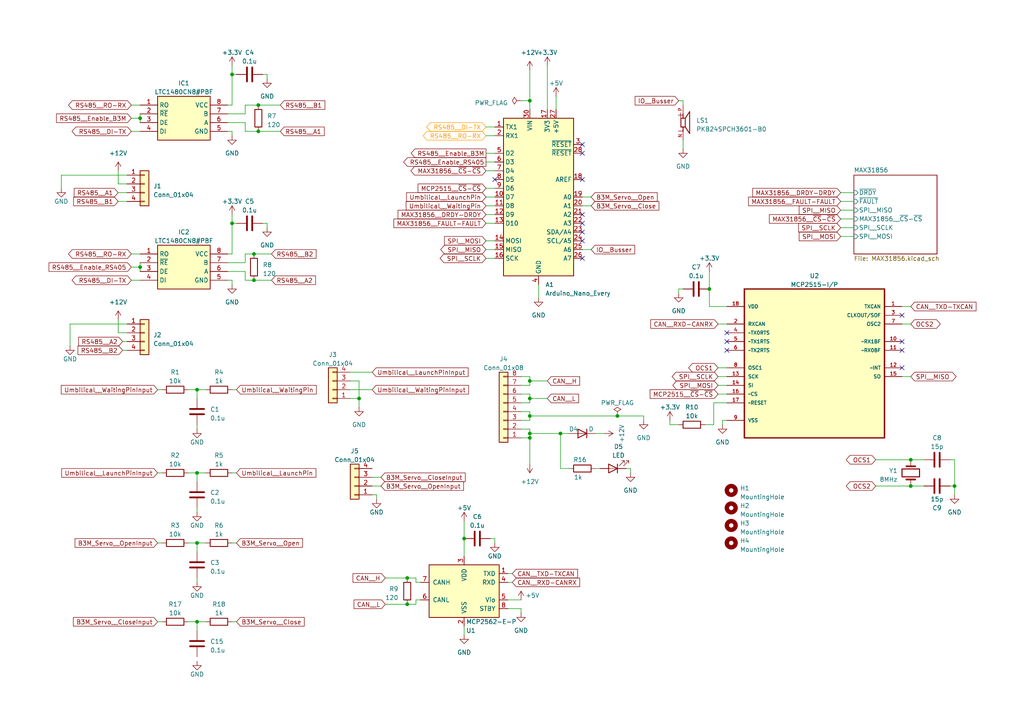
<source format=kicad_sch>
(kicad_sch (version 20230121) (generator eeschema)
  (paper "A4")
  (lib_symbols
    (symbol "Connector_Generic:Conn_01x04" (pin_names (offset 1.016) hide)
      (property "Reference" "J" (at 0 5.08 0))
      (property "Value" "Conn_01x04" (at 0 -7.62 0))
      (symbol "Conn_01x04_1_1"
        (rectangle (start -1.27 -4.953) (end 0 -5.207) (stroke (width 0.1524)))
        (rectangle (start -1.27 -2.413) (end 0 -2.667) (stroke (width 0.1524)))
        (rectangle (start -1.27 0.127) (end 0 -0.127) (stroke (width 0.1524)))
        (rectangle (start -1.27 2.667) (end 0 2.413) (stroke (width 0.1524)))
        (rectangle (start -1.27 3.81) (end 1.27 -6.35) (stroke (width 0.254)) (fill (type background)))
        (pin passive line (at -5.08 2.54 0) (length 3.81) (name "Pin_1") (number "1"))
        (pin passive line (at -5.08 0 0) (length 3.81) (name "Pin_2") (number "2"))
        (pin passive line (at -5.08 -2.54 0) (length 3.81) (name "Pin_3") (number "3"))
        (pin passive line (at -5.08 -5.08 0) (length 3.81) (name "Pin_4") (number "4"))
      )
    )
    (symbol "Connector_Generic:Conn_01x08" (pin_names (offset 1.016) hide)
      (property "Reference" "J" (at 0 10.16 0))
      (property "Value" "Conn_01x08" (at 0 -12.7 0))
      (symbol "Conn_01x08_1_1"
        (rectangle (start -1.27 -10.033) (end 0 -10.287) (stroke (width 0.1524)))
        (rectangle (start -1.27 -7.493) (end 0 -7.747) (stroke (width 0.1524)))
        (rectangle (start -1.27 -4.953) (end 0 -5.207) (stroke (width 0.1524)))
        (rectangle (start -1.27 -2.413) (end 0 -2.667) (stroke (width 0.1524)))
        (rectangle (start -1.27 0.127) (end 0 -0.127) (stroke (width 0.1524)))
        (rectangle (start -1.27 2.667) (end 0 2.413) (stroke (width 0.1524)))
        (rectangle (start -1.27 5.207) (end 0 4.953) (stroke (width 0.1524)))
        (rectangle (start -1.27 7.747) (end 0 7.493) (stroke (width 0.1524)))
        (rectangle (start -1.27 8.89) (end 1.27 -11.43) (stroke (width 0.254)) (fill (type background)))
        (pin passive line (at -5.08 7.62 0) (length 3.81) (name "Pin_1") (number "1"))
        (pin passive line (at -5.08 5.08 0) (length 3.81) (name "Pin_2") (number "2"))
        (pin passive line (at -5.08 2.54 0) (length 3.81) (name "Pin_3") (number "3"))
        (pin passive line (at -5.08 0 0) (length 3.81) (name "Pin_4") (number "4"))
        (pin passive line (at -5.08 -2.54 0) (length 3.81) (name "Pin_5") (number "5"))
        (pin passive line (at -5.08 -5.08 0) (length 3.81) (name "Pin_6") (number "6"))
        (pin passive line (at -5.08 -7.62 0) (length 3.81) (name "Pin_7") (number "7"))
        (pin passive line (at -5.08 -10.16 0) (length 3.81) (name "Pin_8") (number "8"))
      )
    )
    (symbol "Device:C" (pin_numbers hide) (pin_names (offset 0.254))
      (property "Reference" "C" (at 0.635 2.54 0))
      (property "Value" "C" (at 0.635 -2.54 0))
      (symbol "C_0_1"
        (polyline (pts (xy -2.032 -0.762) (xy 2.032 -0.762)) (stroke (width 0.508)))
        (polyline (pts (xy -2.032 0.762) (xy 2.032 0.762)) (stroke (width 0.508)))
      )
      (symbol "C_1_1"
        (pin passive line (at 0 3.81 270) (length 2.794) (name "~") (number "1"))
        (pin passive line (at 0 -3.81 90) (length 2.794) (name "~") (number "2"))
      )
    )
    (symbol "Device:Crystal" (pin_numbers hide) (pin_names (offset 1.016) hide)
      (property "Reference" "Y" (at 0 3.81 0))
      (property "Value" "Crystal" (at 0 -3.81 0))
      (symbol "Crystal_0_1"
        (rectangle (start -1.143 2.54) (end 1.143 -2.54) (stroke (width 0.3048)))
        (polyline (pts (xy -2.54 0) (xy -1.905 0)))
        (polyline (pts (xy -1.905 -1.27) (xy -1.905 1.27)) (stroke (width 0.508)))
        (polyline (pts (xy 1.905 -1.27) (xy 1.905 1.27)) (stroke (width 0.508)))
        (polyline (pts (xy 2.54 0) (xy 1.905 0)))
      )
      (symbol "Crystal_1_1"
        (pin passive line (at -3.81 0 0) (length 1.27) (name "1") (number "1"))
        (pin passive line (at 3.81 0 180) (length 1.27) (name "2") (number "2"))
      )
    )
    (symbol "Device:D" (pin_numbers hide) (pin_names (offset 1.016) hide)
      (property "Reference" "D" (at 0 2.54 0))
      (property "Value" "D" (at 0 -2.54 0))
      (symbol "D_0_1"
        (polyline (pts (xy -1.27 1.27) (xy -1.27 -1.27)) (stroke (width 0.254)))
        (polyline (pts (xy 1.27 0) (xy -1.27 0)))
        (polyline (pts (xy 1.27 1.27) (xy 1.27 -1.27) (xy -1.27 0) (xy 1.27 1.27)) (stroke (width 0.254)))
      )
      (symbol "D_1_1"
        (pin passive line (at -3.81 0 0) (length 2.54) (name "K") (number "1"))
        (pin passive line (at 3.81 0 180) (length 2.54) (name "A") (number "2"))
      )
    )
    (symbol "Device:LED" (pin_numbers hide) (pin_names (offset 1.016) hide)
      (property "Reference" "D" (at 0 2.54 0))
      (property "Value" "LED" (at 0 -2.54 0))
      (symbol "LED_0_1"
        (polyline (pts (xy -1.27 -1.27) (xy -1.27 1.27)) (stroke (width 0.254)))
        (polyline (pts (xy -1.27 0) (xy 1.27 0)))
        (polyline (pts (xy 1.27 -1.27) (xy 1.27 1.27) (xy -1.27 0) (xy 1.27 -1.27)) (stroke (width 0.254)))
        (polyline (pts (xy -3.048 -0.762) (xy -4.572 -2.286) (xy -3.81 -2.286) (xy -4.572 -2.286) (xy -4.572 -1.524)))
        (polyline (pts (xy -1.778 -0.762) (xy -3.302 -2.286) (xy -2.54 -2.286) (xy -3.302 -2.286) (xy -3.302 -1.524)))
      )
      (symbol "LED_1_1"
        (pin passive line (at -3.81 0 0) (length 2.54) (name "K") (number "1"))
        (pin passive line (at 3.81 0 180) (length 2.54) (name "A") (number "2"))
      )
    )
    (symbol "Device:R" (pin_numbers hide) (pin_names (offset 0))
      (property "Reference" "R" (at 2.032 0 90))
      (property "Value" "R" (at 0 0 90))
      (symbol "R_0_1"
        (rectangle (start -1.016 -2.54) (end 1.016 2.54) (stroke (width 0.254)))
      )
      (symbol "R_1_1"
        (pin passive line (at 0 3.81 270) (length 1.27) (name "~") (number "1"))
        (pin passive line (at 0 -3.81 90) (length 1.27) (name "~") (number "2"))
      )
    )
    (symbol "Interface_CAN_LIN:MCP2562-E-P" (pin_names (offset 1.016))
      (property "Reference" "U" (at -10.16 8.89 0))
      (property "Value" "MCP2562-E-P" (at 2.54 8.89 0))
      (symbol "MCP2562-E-P_0_1"
        (rectangle (start -10.16 7.62) (end 10.16 -7.62) (stroke (width 0.254)) (fill (type background)))
      )
      (symbol "MCP2562-E-P_1_1"
        (pin input line (at -12.7 5.08 0) (length 2.54) (name "TXD") (number "1"))
        (pin power_in line (at 0 -10.16 90) (length 2.54) (name "VSS") (number "2"))
        (pin power_in line (at 0 10.16 270) (length 2.54) (name "VDD") (number "3"))
        (pin output line (at -12.7 2.54 0) (length 2.54) (name "RXD") (number "4"))
        (pin power_in line (at -12.7 -2.54 0) (length 2.54) (name "Vio") (number "5"))
        (pin bidirectional line (at 12.7 -2.54 180) (length 2.54) (name "CANL") (number "6"))
        (pin bidirectional line (at 12.7 2.54 180) (length 2.54) (name "CANH") (number "7"))
        (pin input line (at -12.7 -5.08 0) (length 2.54) (name "STBY") (number "8"))
      )
    )
    (symbol "LTC1480CN8#PBF:LTC1480CN8#PBF"
      (property "Reference" "IC" (at 21.59 7.62 0))
      (property "Value" "LTC1480CN8#PBF" (at 21.59 5.08 0))
      (symbol "LTC1480CN8#PBF_1_1"
        (rectangle (start 5.08 2.54) (end 20.32 -10.16) (stroke (width 0.254)) (fill (type background)))
        (pin passive line (at 0 0 0) (length 5.08) (name "RO") (number "1"))
        (pin passive line (at 0 -2.54 0) (length 5.08) (name "~{RE}") (number "2"))
        (pin passive line (at 0 -5.08 0) (length 5.08) (name "DE") (number "3"))
        (pin passive line (at 0 -7.62 0) (length 5.08) (name "DI") (number "4"))
        (pin passive line (at 25.4 -7.62 180) (length 5.08) (name "GND") (number "5"))
        (pin passive line (at 25.4 -5.08 180) (length 5.08) (name "A") (number "6"))
        (pin passive line (at 25.4 -2.54 180) (length 5.08) (name "B") (number "7"))
        (pin passive line (at 25.4 0 180) (length 5.08) (name "VCC") (number "8"))
      )
    )
    (symbol "MCP2515-I_P:MCP2515-I{slash}P" (pin_names (offset 1.016))
      (property "Reference" "U" (at -5.1308 20.2692 0))
      (property "Value" "MCP2515-I{slash}P" (at -5.2324 -29.718 0))
      (symbol "MCP2515-I{slash}P_0_0"
        (rectangle (start -20.32 -25.4) (end 20.32 17.78) (stroke (width 0.4064)) (fill (type background)))
        (pin output line (at 25.4 12.7 180) (length 5.08) (name "TXCAN") (number "1"))
        (pin output line (at 25.4 2.54 180) (length 5.08) (name "~RX1BF") (number "10"))
        (pin output line (at 25.4 0 180) (length 5.08) (name "~RX0BF") (number "11"))
        (pin output line (at 25.4 -5.08 180) (length 5.08) (name "~INT") (number "12"))
        (pin input line (at -25.4 -7.62 0) (length 5.08) (name "SCK") (number "13"))
        (pin input line (at -25.4 -10.16 0) (length 5.08) (name "SI") (number "14"))
        (pin output line (at 25.4 -7.62 180) (length 5.08) (name "SO") (number "15"))
        (pin input line (at -25.4 -12.7 0) (length 5.08) (name "~CS") (number "16"))
        (pin input line (at -25.4 -15.24 0) (length 5.08) (name "~RESET") (number "17"))
        (pin power_in line (at -25.4 12.7 0) (length 5.08) (name "VDD") (number "18"))
        (pin input line (at -25.4 7.62 0) (length 5.08) (name "RXCAN") (number "2"))
        (pin output line (at 25.4 10.16 180) (length 5.08) (name "CLKOUT/SOF") (number "3"))
        (pin input line (at -25.4 5.08 0) (length 5.08) (name "~TX0RTS") (number "4"))
        (pin input line (at -25.4 2.54 0) (length 5.08) (name "~TX1RTS") (number "5"))
        (pin input line (at -25.4 0 0) (length 5.08) (name "~TX2RTS") (number "6"))
        (pin output line (at 25.4 7.62 180) (length 5.08) (name "OSC2") (number "7"))
        (pin input line (at -25.4 -5.08 0) (length 5.08) (name "OSC1") (number "8"))
        (pin power_in line (at -25.4 -20.32 0) (length 5.08) (name "VSS") (number "9"))
      )
    )
    (symbol "MCU_Module:Arduino_Nano_Every"
      (property "Reference" "A" (at -10.16 23.495 0))
      (property "Value" "Arduino_Nano_Every" (at 5.08 -24.13 0))
      (symbol "Arduino_Nano_Every_0_1"
        (rectangle (start -10.16 22.86) (end 10.16 -22.86) (stroke (width 0.254)) (fill (type background)))
      )
      (symbol "Arduino_Nano_Every_1_1"
        (pin bidirectional line (at -12.7 20.32 0) (length 2.54) (name "TX1") (number "1"))
        (pin bidirectional line (at -12.7 0 0) (length 2.54) (name "D7") (number "10"))
        (pin bidirectional line (at -12.7 -2.54 0) (length 2.54) (name "D8") (number "11"))
        (pin bidirectional line (at -12.7 -5.08 0) (length 2.54) (name "D9") (number "12"))
        (pin bidirectional line (at -12.7 -7.62 0) (length 2.54) (name "D10") (number "13"))
        (pin bidirectional line (at -12.7 -12.7 0) (length 2.54) (name "MOSI") (number "14"))
        (pin bidirectional line (at -12.7 -15.24 0) (length 2.54) (name "MISO") (number "15"))
        (pin bidirectional line (at -12.7 -17.78 0) (length 2.54) (name "SCK") (number "16"))
        (pin power_out line (at 2.54 25.4 270) (length 2.54) (name "3V3") (number "17"))
        (pin input line (at 12.7 5.08 180) (length 2.54) (name "AREF") (number "18"))
        (pin bidirectional line (at 12.7 0 180) (length 2.54) (name "A0") (number "19"))
        (pin bidirectional line (at -12.7 17.78 0) (length 2.54) (name "RX1") (number "2"))
        (pin bidirectional line (at 12.7 -2.54 180) (length 2.54) (name "A1") (number "20"))
        (pin bidirectional line (at 12.7 -5.08 180) (length 2.54) (name "A2") (number "21"))
        (pin bidirectional line (at 12.7 -7.62 180) (length 2.54) (name "A3") (number "22"))
        (pin bidirectional line (at 12.7 -10.16 180) (length 2.54) (name "SDA/A4") (number "23"))
        (pin bidirectional line (at 12.7 -12.7 180) (length 2.54) (name "SCL/A5") (number "24"))
        (pin bidirectional line (at 12.7 -15.24 180) (length 2.54) (name "A6") (number "25"))
        (pin bidirectional line (at 12.7 -17.78 180) (length 2.54) (name "A7") (number "26"))
        (pin power_out line (at 5.08 25.4 270) (length 2.54) (name "+5V") (number "27"))
        (pin input line (at 12.7 12.7 180) (length 2.54) (name "~{RESET}") (number "28"))
        (pin passive line (at 0 -25.4 90) (length 2.54) hide (name "GND") (number "29"))
        (pin input line (at 12.7 15.24 180) (length 2.54) (name "~{RESET}") (number "3"))
        (pin power_in line (at -2.54 25.4 270) (length 2.54) (name "VIN") (number "30"))
        (pin power_in line (at 0 -25.4 90) (length 2.54) (name "GND") (number "4"))
        (pin bidirectional line (at -12.7 12.7 0) (length 2.54) (name "D2") (number "5"))
        (pin bidirectional line (at -12.7 10.16 0) (length 2.54) (name "D3") (number "6"))
        (pin bidirectional line (at -12.7 7.62 0) (length 2.54) (name "D4") (number "7"))
        (pin bidirectional line (at -12.7 5.08 0) (length 2.54) (name "D5") (number "8"))
        (pin bidirectional line (at -12.7 2.54 0) (length 2.54) (name "D6") (number "9"))
      )
    )
    (symbol "Mechanical:MountingHole" (pin_names (offset 1.016))
      (property "Reference" "H" (at 0 5.08 0))
      (property "Value" "MountingHole" (at 0 3.175 0))
      (symbol "MountingHole_0_1"
        (circle (center 0 0) (radius 1.27) (stroke (width 1.27)))
      )
    )
    (symbol "PKB24SPCH3601-B0:PKB24SPCH3601-B0" (pin_names (offset 1.016))
      (property "Reference" "LS" (at -3.82 8.9133 0))
      (property "Value" "PKB24SPCH3601-B0" (at -3.823 -11.469 0))
      (symbol "PKB24SPCH3601-B0_0_0"
        (polyline (pts (xy -0.635 -1.27) (xy -0.635 1.27)) (stroke (width 0.254)))
        (polyline (pts (xy -0.635 1.27) (xy 0 1.27)) (stroke (width 0.254)))
        (polyline (pts (xy 0 -1.27) (xy -0.635 -1.27)) (stroke (width 0.254)))
        (polyline (pts (xy 0 -1.27) (xy 0 -2.54)) (stroke (width 0.254)))
        (polyline (pts (xy 0 1.27) (xy 0 2.54)) (stroke (width 0.254)))
        (polyline (pts (xy 0 1.27) (xy 0.635 1.27)) (stroke (width 0.254)))
        (polyline (pts (xy 0.635 -1.27) (xy 0 -1.27)) (stroke (width 0.254)))
        (polyline (pts (xy 0.635 1.27) (xy 0.635 -1.27)) (stroke (width 0.254)))
        (polyline (pts (xy 0.635 1.27) (xy 1.905 3.175)) (stroke (width 0.254)))
        (polyline (pts (xy 1.905 -3.175) (xy 0.635 -1.27)) (stroke (width 0.254)))
        (polyline (pts (xy 1.905 3.175) (xy 1.905 -3.175)) (stroke (width 0.254)))
        (text "+" (at -1.905 1.27 0) (effects (font (size 1.778 1.778)) (justify left bottom)))
        (text "-" (at -1.905 -1.27 0) (effects (font (size 1.778 1.778)) (justify left top)))
        (pin passive line (at 0 -5.08 90) (length 2.54) (name "~") (number "N"))
        (pin passive line (at 0 5.08 270) (length 2.54) (name "~") (number "P"))
      )
    )
    (symbol "power:+12V" (power) (pin_names (offset 0))
      (property "Value" "+12V" (at 0 3.556 0))
      (symbol "+12V_0_1"
        (polyline (pts (xy -0.762 1.27) (xy 0 2.54)))
        (polyline (pts (xy 0 0) (xy 0 2.54)))
        (polyline (pts (xy 0 2.54) (xy 0.762 1.27)))
      )
      (symbol "+12V_1_1"
        (pin power_in line (at 0 0 90) (length 0) hide (name "+12V") (number "1"))
      )
    )
    (symbol "power:+3.3V" (power) (pin_names (offset 0))
      (property "Value" "+3.3V" (at 0 3.556 0))
      (symbol "+3.3V_0_1"
        (polyline (pts (xy -0.762 1.27) (xy 0 2.54)))
        (polyline (pts (xy 0 0) (xy 0 2.54)))
        (polyline (pts (xy 0 2.54) (xy 0.762 1.27)))
      )
      (symbol "+3.3V_1_1"
        (pin power_in line (at 0 0 90) (length 0) hide (name "+3.3V") (number "1"))
      )
    )
    (symbol "power:+5V" (power) (pin_names (offset 0))
      (property "Value" "+5V" (at 0 3.556 0))
      (symbol "+5V_0_1"
        (polyline (pts (xy -0.762 1.27) (xy 0 2.54)))
        (polyline (pts (xy 0 0) (xy 0 2.54)))
        (polyline (pts (xy 0 2.54) (xy 0.762 1.27)))
      )
      (symbol "+5V_1_1"
        (pin power_in line (at 0 0 90) (length 0) hide (name "+5V") (number "1"))
      )
    )
    (symbol "power:GND" (power) (pin_names (offset 0))
      (property "Value" "GND" (at 0 -3.81 0))
      (symbol "GND_0_1"
        (polyline (pts (xy 0 0) (xy 0 -1.27) (xy 1.27 -1.27) (xy 0 -2.54) (xy -1.27 -1.27) (xy 0 -1.27)))
      )
      (symbol "GND_1_1"
        (pin power_in line (at 0 0 270) (length 0) hide (name "GND") (number "1"))
      )
    )
    (symbol "power:PWR_FLAG" (power) (pin_numbers hide) (pin_names (offset 0) hide)
      (property "Value" "PWR_FLAG" (at 0 3.81 0))
      (symbol "PWR_FLAG_0_0"
        (pin power_out line (at 0 0 90) (length 0) (name "pwr") (number "1"))
      )
      (symbol "PWR_FLAG_0_1"
        (polyline (pts (xy 0 0) (xy 0 1.27) (xy -1.016 1.905) (xy 0 2.54) (xy 1.016 1.905) (xy 0 1.27)))
      )
    )
  )
  (junction (at 153.67 127))
  (junction (at 57.15 113.03))
  (junction (at 134.62 156.21))
  (junction (at 73.66 73.66))
  (junction (at 162.56 125.73))
  (junction (at 153.67 120.65))
  (junction (at 104.14 115.57))
  (junction (at 118.11 175.26))
  (junction (at 40.64 34.29))
  (junction (at 264.16 133.35))
  (junction (at 57.15 137.16))
  (junction (at 153.67 29.21))
  (junction (at 153.67 115.57))
  (junction (at 74.93 38.1))
  (junction (at 57.15 180.34))
  (junction (at 40.64 77.47))
  (junction (at 153.67 110.49))
  (junction (at 264.16 140.97))
  (junction (at 67.31 64.77))
  (junction (at 57.15 157.48))
  (junction (at 118.11 167.64))
  (junction (at 74.93 30.48))
  (junction (at 153.67 125.73))
  (junction (at 205.74 83.82))
  (junction (at 276.86 140.97))
  (junction (at 73.66 81.28))
  (junction (at 67.31 21.59))
  (junction (at 179.07 120.65))
  (no_connect (at 261.62 91.44))
  (no_connect (at 168.91 62.23))
  (no_connect (at 143.51 52.07))
  (no_connect (at 168.91 67.31))
  (no_connect (at 168.91 74.93))
  (no_connect (at 168.91 69.85))
  (no_connect (at 168.91 41.91))
  (no_connect (at 261.62 99.06))
  (no_connect (at 168.91 64.77))
  (no_connect (at 261.62 106.68))
  (no_connect (at 261.62 101.6))
  (no_connect (at 210.82 99.06))
  (no_connect (at 168.91 44.45))
  (no_connect (at 210.82 96.52))
  (no_connect (at 168.91 52.07))
  (no_connect (at 210.82 101.6))
  (wire (pts (xy 66.04 73.66) (xy 67.31 73.66)))
  (wire (pts (xy 54.61 157.48) (xy 57.15 157.48)))
  (wire (pts (xy 45.72 137.16) (xy 46.99 137.16)))
  (wire (pts (xy 153.67 110.49) (xy 158.75 110.49)))
  (wire (pts (xy 45.72 157.48) (xy 46.99 157.48)))
  (wire (pts (xy 186.69 121.92) (xy 186.69 120.65)))
  (wire (pts (xy 120.65 168.91) (xy 120.65 167.64)))
  (wire (pts (xy 67.31 21.59) (xy 68.58 21.59)))
  (wire (pts (xy 243.84 66.04) (xy 247.65 66.04)))
  (wire (pts (xy 182.88 135.89) (xy 182.88 137.16)))
  (wire (pts (xy 153.67 115.57) (xy 153.67 116.84)))
  (wire (pts (xy 17.78 50.8) (xy 17.78 54.61)))
  (wire (pts (xy 196.85 29.21) (xy 198.12 29.21)))
  (wire (pts (xy 151.13 114.3) (xy 153.67 114.3)))
  (wire (pts (xy 153.67 109.22) (xy 153.67 110.49)))
  (wire (pts (xy 140.97 39.37) (xy 143.51 39.37)))
  (wire (pts (xy 276.86 133.35) (xy 276.86 140.97)))
  (wire (pts (xy 275.59 133.35) (xy 276.86 133.35)))
  (wire (pts (xy 54.61 137.16) (xy 57.15 137.16)))
  (wire (pts (xy 107.95 138.43) (xy 110.49 138.43)))
  (wire (pts (xy 156.21 82.55) (xy 156.21 86.36)))
  (wire (pts (xy 71.12 73.66) (xy 73.66 73.66)))
  (wire (pts (xy 67.31 30.48) (xy 66.04 30.48)))
  (wire (pts (xy 34.29 58.42) (xy 36.83 58.42)))
  (wire (pts (xy 107.95 143.51) (xy 109.22 143.51)))
  (wire (pts (xy 134.62 181.61) (xy 134.62 184.15)))
  (wire (pts (xy 153.67 110.49) (xy 153.67 111.76)))
  (wire (pts (xy 208.28 111.76) (xy 210.82 111.76)))
  (wire (pts (xy 153.67 111.76) (xy 151.13 111.76)))
  (wire (pts (xy 71.12 81.28) (xy 73.66 81.28)))
  (wire (pts (xy 71.12 33.02) (xy 71.12 30.48)))
  (wire (pts (xy 198.12 29.21) (xy 198.12 30.48)))
  (wire (pts (xy 57.15 147.32) (xy 57.15 148.59)))
  (wire (pts (xy 140.97 72.39) (xy 143.51 72.39)))
  (wire (pts (xy 67.31 21.59) (xy 67.31 30.48)))
  (wire (pts (xy 101.6 113.03) (xy 107.95 113.03)))
  (wire (pts (xy 205.74 88.9) (xy 205.74 83.82)))
  (wire (pts (xy 151.13 119.38) (xy 153.67 119.38)))
  (wire (pts (xy 261.62 88.9) (xy 264.16 88.9)))
  (wire (pts (xy 71.12 35.56) (xy 71.12 38.1)))
  (wire (pts (xy 66.04 35.56) (xy 71.12 35.56)))
  (wire (pts (xy 34.29 55.88) (xy 36.83 55.88)))
  (wire (pts (xy 38.1 77.47) (xy 40.64 77.47)))
  (wire (pts (xy 275.59 140.97) (xy 276.86 140.97)))
  (wire (pts (xy 67.31 38.1) (xy 67.31 39.37)))
  (wire (pts (xy 140.97 46.99) (xy 143.51 46.99)))
  (wire (pts (xy 140.97 69.85) (xy 143.51 69.85)))
  (wire (pts (xy 71.12 78.74) (xy 71.12 81.28)))
  (wire (pts (xy 153.67 120.65) (xy 153.67 121.92)))
  (wire (pts (xy 74.93 30.48) (xy 81.28 30.48)))
  (wire (pts (xy 153.67 125.73) (xy 162.56 125.73)))
  (wire (pts (xy 264.16 133.35) (xy 267.97 133.35)))
  (wire (pts (xy 71.12 30.48) (xy 74.93 30.48)))
  (wire (pts (xy 67.31 137.16) (xy 68.58 137.16)))
  (wire (pts (xy 34.29 92.71) (xy 34.29 96.52)))
  (wire (pts (xy 67.31 19.05) (xy 67.31 21.59)))
  (wire (pts (xy 101.6 110.49) (xy 104.14 110.49)))
  (wire (pts (xy 210.82 116.84) (xy 207.01 116.84)))
  (wire (pts (xy 34.29 53.34) (xy 36.83 53.34)))
  (wire (pts (xy 161.29 27.94) (xy 161.29 31.75)))
  (wire (pts (xy 77.47 64.77) (xy 77.47 66.04)))
  (wire (pts (xy 198.12 83.82) (xy 196.85 83.82)))
  (wire (pts (xy 107.95 140.97) (xy 110.49 140.97)))
  (wire (pts (xy 153.67 20.32) (xy 153.67 29.21)))
  (wire (pts (xy 147.32 176.53) (xy 151.13 176.53)))
  (wire (pts (xy 179.07 120.65) (xy 186.69 120.65)))
  (wire (pts (xy 210.82 121.92) (xy 209.55 121.92)))
  (wire (pts (xy 207.01 116.84) (xy 207.01 123.19)))
  (wire (pts (xy 101.6 107.95) (xy 107.95 107.95)))
  (wire (pts (xy 77.47 21.59) (xy 77.47 22.86)))
  (wire (pts (xy 20.32 93.98) (xy 36.83 93.98)))
  (wire (pts (xy 151.13 109.22) (xy 153.67 109.22)))
  (wire (pts (xy 142.24 156.21) (xy 143.51 156.21)))
  (wire (pts (xy 243.84 58.42) (xy 247.65 58.42)))
  (wire (pts (xy 162.56 125.73) (xy 162.56 135.89)))
  (wire (pts (xy 73.66 73.66) (xy 78.74 73.66)))
  (wire (pts (xy 38.1 34.29) (xy 40.64 34.29)))
  (wire (pts (xy 71.12 38.1) (xy 74.93 38.1)))
  (wire (pts (xy 196.85 123.19) (xy 194.31 123.19)))
  (wire (pts (xy 66.04 81.28) (xy 67.31 81.28)))
  (wire (pts (xy 162.56 125.73) (xy 165.1 125.73)))
  (wire (pts (xy 198.12 40.64) (xy 198.12 43.18)))
  (wire (pts (xy 38.1 81.28) (xy 40.64 81.28)))
  (wire (pts (xy 38.1 30.48) (xy 40.64 30.48)))
  (wire (pts (xy 153.67 116.84) (xy 151.13 116.84)))
  (wire (pts (xy 111.76 167.64) (xy 118.11 167.64)))
  (wire (pts (xy 151.13 127) (xy 153.67 127)))
  (wire (pts (xy 57.15 137.16) (xy 57.15 139.7)))
  (wire (pts (xy 67.31 113.03) (xy 68.58 113.03)))
  (wire (pts (xy 101.6 115.57) (xy 104.14 115.57)))
  (wire (pts (xy 151.13 29.21) (xy 153.67 29.21)))
  (wire (pts (xy 35.56 99.06) (xy 36.83 99.06)))
  (wire (pts (xy 208.28 106.68) (xy 210.82 106.68)))
  (wire (pts (xy 153.67 124.46) (xy 153.67 125.73)))
  (wire (pts (xy 261.62 93.98) (xy 264.16 93.98)))
  (wire (pts (xy 147.32 168.91) (xy 148.59 168.91)))
  (wire (pts (xy 172.72 125.73) (xy 175.26 125.73)))
  (wire (pts (xy 147.32 166.37) (xy 148.59 166.37)))
  (wire (pts (xy 153.67 121.92) (xy 151.13 121.92)))
  (wire (pts (xy 40.64 34.29) (xy 40.64 35.56)))
  (wire (pts (xy 143.51 156.21) (xy 143.51 157.48)))
  (wire (pts (xy 151.13 173.99) (xy 147.32 173.99)))
  (wire (pts (xy 57.15 180.34) (xy 57.15 182.88)))
  (wire (pts (xy 67.31 81.28) (xy 67.31 82.55)))
  (wire (pts (xy 134.62 151.13) (xy 134.62 156.21)))
  (wire (pts (xy 168.91 59.69) (xy 171.45 59.69)))
  (wire (pts (xy 57.15 180.34) (xy 59.69 180.34)))
  (wire (pts (xy 153.67 125.73) (xy 153.67 127)))
  (wire (pts (xy 120.65 175.26) (xy 118.11 175.26)))
  (wire (pts (xy 71.12 76.2) (xy 71.12 73.66)))
  (wire (pts (xy 76.2 64.77) (xy 77.47 64.77)))
  (wire (pts (xy 153.67 29.21) (xy 153.67 31.75)))
  (wire (pts (xy 153.67 119.38) (xy 153.67 120.65)))
  (wire (pts (xy 153.67 115.57) (xy 158.75 115.57)))
  (wire (pts (xy 57.15 123.19) (xy 57.15 124.46)))
  (wire (pts (xy 210.82 88.9) (xy 205.74 88.9)))
  (wire (pts (xy 172.72 135.89) (xy 173.99 135.89)))
  (wire (pts (xy 254 140.97) (xy 264.16 140.97)))
  (wire (pts (xy 243.84 60.96) (xy 247.65 60.96)))
  (wire (pts (xy 57.15 167.64) (xy 57.15 168.91)))
  (wire (pts (xy 261.62 109.22) (xy 264.16 109.22)))
  (wire (pts (xy 254 133.35) (xy 264.16 133.35)))
  (wire (pts (xy 45.72 180.34) (xy 46.99 180.34)))
  (wire (pts (xy 40.64 33.02) (xy 40.64 34.29)))
  (wire (pts (xy 20.32 93.98) (xy 20.32 100.33)))
  (wire (pts (xy 194.31 123.19) (xy 194.31 121.92)))
  (wire (pts (xy 208.28 114.3) (xy 210.82 114.3)))
  (wire (pts (xy 140.97 74.93) (xy 143.51 74.93)))
  (wire (pts (xy 76.2 21.59) (xy 77.47 21.59)))
  (wire (pts (xy 57.15 113.03) (xy 57.15 115.57)))
  (wire (pts (xy 140.97 57.15) (xy 143.51 57.15)))
  (wire (pts (xy 205.74 78.74) (xy 205.74 83.82)))
  (wire (pts (xy 134.62 156.21) (xy 134.62 161.29)))
  (wire (pts (xy 140.97 64.77) (xy 143.51 64.77)))
  (wire (pts (xy 54.61 180.34) (xy 57.15 180.34)))
  (wire (pts (xy 67.31 62.23) (xy 67.31 64.77)))
  (wire (pts (xy 73.66 81.28) (xy 78.74 81.28)))
  (wire (pts (xy 264.16 140.97) (xy 267.97 140.97)))
  (wire (pts (xy 140.97 59.69) (xy 143.51 59.69)))
  (wire (pts (xy 104.14 115.57) (xy 104.14 118.11)))
  (wire (pts (xy 168.91 72.39) (xy 171.45 72.39)))
  (wire (pts (xy 140.97 49.53) (xy 143.51 49.53)))
  (wire (pts (xy 243.84 63.5) (xy 247.65 63.5)))
  (wire (pts (xy 74.93 38.1) (xy 81.28 38.1)))
  (wire (pts (xy 40.64 76.2) (xy 40.64 77.47)))
  (wire (pts (xy 57.15 113.03) (xy 59.69 113.03)))
  (wire (pts (xy 67.31 157.48) (xy 68.58 157.48)))
  (wire (pts (xy 162.56 135.89) (xy 165.1 135.89)))
  (wire (pts (xy 35.56 101.6) (xy 36.83 101.6)))
  (wire (pts (xy 67.31 64.77) (xy 68.58 64.77)))
  (wire (pts (xy 111.76 175.26) (xy 118.11 175.26)))
  (wire (pts (xy 168.91 57.15) (xy 171.45 57.15)))
  (wire (pts (xy 120.65 167.64) (xy 118.11 167.64)))
  (wire (pts (xy 66.04 78.74) (xy 71.12 78.74)))
  (wire (pts (xy 57.15 137.16) (xy 59.69 137.16)))
  (wire (pts (xy 67.31 180.34) (xy 68.58 180.34)))
  (wire (pts (xy 45.72 113.03) (xy 46.99 113.03)))
  (wire (pts (xy 38.1 73.66) (xy 40.64 73.66)))
  (wire (pts (xy 151.13 176.53) (xy 151.13 177.8)))
  (wire (pts (xy 243.84 68.58) (xy 247.65 68.58)))
  (wire (pts (xy 57.15 157.48) (xy 59.69 157.48)))
  (wire (pts (xy 243.84 55.88) (xy 247.65 55.88)))
  (wire (pts (xy 153.67 127) (xy 153.67 134.62)))
  (wire (pts (xy 121.92 168.91) (xy 120.65 168.91)))
  (wire (pts (xy 66.04 38.1) (xy 67.31 38.1)))
  (wire (pts (xy 153.67 114.3) (xy 153.67 115.57)))
  (wire (pts (xy 151.13 124.46) (xy 153.67 124.46)))
  (wire (pts (xy 208.28 93.98) (xy 210.82 93.98)))
  (wire (pts (xy 66.04 33.02) (xy 71.12 33.02)))
  (wire (pts (xy 153.67 120.65) (xy 179.07 120.65)))
  (wire (pts (xy 158.75 19.05) (xy 158.75 31.75)))
  (wire (pts (xy 276.86 143.51) (xy 276.86 140.97)))
  (wire (pts (xy 182.88 135.89) (xy 181.61 135.89)))
  (wire (pts (xy 140.97 62.23) (xy 143.51 62.23)))
  (wire (pts (xy 140.97 44.45) (xy 143.51 44.45)))
  (wire (pts (xy 104.14 110.49) (xy 104.14 115.57)))
  (wire (pts (xy 38.1 38.1) (xy 40.64 38.1)))
  (wire (pts (xy 204.47 123.19) (xy 207.01 123.19)))
  (wire (pts (xy 120.65 173.99) (xy 120.65 175.26)))
  (wire (pts (xy 17.78 50.8) (xy 36.83 50.8)))
  (wire (pts (xy 67.31 64.77) (xy 67.31 73.66)))
  (wire (pts (xy 140.97 36.83) (xy 143.51 36.83)))
  (wire (pts (xy 109.22 143.51) (xy 109.22 144.78)))
  (wire (pts (xy 66.04 76.2) (xy 71.12 76.2)))
  (wire (pts (xy 121.92 173.99) (xy 120.65 173.99)))
  (wire (pts (xy 196.85 83.82) (xy 196.85 85.09)))
  (wire (pts (xy 54.61 113.03) (xy 57.15 113.03)))
  (wire (pts (xy 209.55 121.92) (xy 209.55 123.19)))
  (wire (pts (xy 140.97 54.61) (xy 143.51 54.61)))
  (wire (pts (xy 57.15 157.48) (xy 57.15 160.02)))
  (wire (pts (xy 208.28 109.22) (xy 210.82 109.22)))
  (wire (pts (xy 34.29 96.52) (xy 36.83 96.52)))
  (wire (pts (xy 40.64 77.47) (xy 40.64 78.74)))
  (wire (pts (xy 34.29 49.53) (xy 34.29 53.34)))
  (global_label "RS485__B1" (shape input) (at 81.28 30.48 0) (property "Intersheetrefs" "${INTERSHEET_REFS}" (effects hide)))
  (global_label "CAN__TXD-TXCAN" (shape input) (at 264.16 88.9 0) (property "Intersheetrefs" "${INTERSHEET_REFS}" (effects hide)))
  (global_label "SPI__MISO" (shape bidirectional) (at 140.97 72.39 180) (property "Intersheetrefs" "${INTERSHEET_REFS}" (effects hide)))
  (global_label "RS485__Enable_B3M" (shape output) (at 140.97 44.45 180) (property "Intersheetrefs" "${INTERSHEET_REFS}" (effects hide)))
  (global_label "CAN__L" (shape input) (at 111.76 175.26 180) (property "Intersheetrefs" "${INTERSHEET_REFS}" (effects hide)))
  (global_label "MAX31856__~{CS}-~{CS}" (shape input) (at 243.84 63.5 180) (property "Intersheetrefs" "${INTERSHEET_REFS}" (effects hide)))
  (global_label "IO__Busser" (shape input) (at 171.45 72.39 0) (property "Intersheetrefs" "${INTERSHEET_REFS}" (effects hide)))
  (global_label "Umbilical__WaitingPin" (shape input) (at 140.97 59.69 180) (property "Intersheetrefs" "${INTERSHEET_REFS}" (effects hide)))
  (global_label "RS485__B2" (shape input) (at 35.56 101.6 180) (property "Intersheetrefs" "${INTERSHEET_REFS}" (effects hide)))
  (global_label "B3M_Servo__OpenInput" (shape input) (at 45.72 157.48 180) (property "Intersheetrefs" "${INTERSHEET_REFS}" (effects hide)))
  (global_label "B3M_Servo__CloseInput" (shape input) (at 110.49 138.43 0) (property "Intersheetrefs" "${INTERSHEET_REFS}" (effects hide)))
  (global_label "B3M_Servo__Close" (shape input) (at 68.58 180.34 0) (property "Intersheetrefs" "${INTERSHEET_REFS}" (effects hide)))
  (global_label "SPI__MISO" (shape input) (at 243.84 60.96 180) (property "Intersheetrefs" "${INTERSHEET_REFS}" (effects hide)))
  (global_label "MAX31856__DRDY-DRDY" (shape input) (at 243.84 55.88 180) (property "Intersheetrefs" "${INTERSHEET_REFS}" (effects hide)))
  (global_label "OCS1" (shape bidirectional) (at 208.28 106.68 180) (property "Intersheetrefs" "${INTERSHEET_REFS}" (effects hide)))
  (global_label "MAX31856__FAULT-FAULT" (shape input) (at 243.84 58.42 180) (property "Intersheetrefs" "${INTERSHEET_REFS}" (effects hide)))
  (global_label "Umbilical__WaitingPin" (shape input) (at 68.58 113.03 0) (property "Intersheetrefs" "${INTERSHEET_REFS}" (effects hide)))
  (global_label "RS485__A1" (shape input) (at 34.29 55.88 180) (property "Intersheetrefs" "${INTERSHEET_REFS}" (effects hide)))
  (global_label "RS485__A2" (shape input) (at 35.56 99.06 180) (property "Intersheetrefs" "${INTERSHEET_REFS}" (effects hide)))
  (global_label "CAN__RXD-CANRX" (shape input) (at 148.59 168.91 0) (property "Intersheetrefs" "${INTERSHEET_REFS}" (effects hide)))
  (global_label "OCS2" (shape bidirectional) (at 264.16 93.98 0) (property "Intersheetrefs" "${INTERSHEET_REFS}" (effects hide)))
  (global_label "B3M_Servo__Open" (shape input) (at 171.45 57.15 0) (property "Intersheetrefs" "${INTERSHEET_REFS}" (effects hide)))
  (global_label "Umbilical__WaitingPinInput" (shape input) (at 45.72 113.03 180) (property "Intersheetrefs" "${INTERSHEET_REFS}" (effects hide)))
  (global_label "CAN__H" (shape input) (at 158.75 110.49 0) (property "Intersheetrefs" "${INTERSHEET_REFS}" (effects hide)))
  (global_label "B3M_Servo__Close" (shape input) (at 171.45 59.69 0) (property "Intersheetrefs" "${INTERSHEET_REFS}" (effects hide)))
  (global_label "IO__Busser" (shape input) (at 196.85 29.21 180) (property "Intersheetrefs" "${INTERSHEET_REFS}" (effects hide)))
  (global_label "RS485__Enable_RS405" (shape output) (at 140.97 46.99 180) (property "Intersheetrefs" "${INTERSHEET_REFS}" (effects hide)))
  (global_label "CAN__TXD-TXCAN" (shape input) (at 148.59 166.37 0) (property "Intersheetrefs" "${INTERSHEET_REFS}" (effects hide)))
  (global_label "CAN__RXD-CANRX" (shape input) (at 208.28 93.98 180) (property "Intersheetrefs" "${INTERSHEET_REFS}" (effects hide)))
  (global_label "SPI__SCLK" (shape input) (at 243.84 66.04 180) (property "Intersheetrefs" "${INTERSHEET_REFS}" (effects hide)))
  (global_label "SPI__MOSI" (shape bidirectional) (at 208.28 111.76 180) (property "Intersheetrefs" "${INTERSHEET_REFS}" (effects hide)))
  (global_label "Umbilical__LaunchPin" (shape input) (at 68.58 137.16 0) (property "Intersheetrefs" "${INTERSHEET_REFS}" (effects hide)))
  (global_label "RS485__RO-RX" (shape bidirectional) (at 38.1 73.66 180) (property "Intersheetrefs" "${INTERSHEET_REFS}" (effects hide)))
  (global_label "MAX31856__~{CS}-~{CS}" (shape bidirectional) (at 140.97 49.53 180) (property "Intersheetrefs" "${INTERSHEET_REFS}" (effects hide)))
  (global_label "CAN__H" (shape input) (at 111.76 167.64 180) (property "Intersheetrefs" "${INTERSHEET_REFS}" (effects hide)))
  (global_label "Umbilical__WaitingPinInput" (shape input) (at 107.95 113.03 0) (property "Intersheetrefs" "${INTERSHEET_REFS}" (effects hide)))
  (global_label "RS485__RO-RX" (shape bidirectional) (at 38.1 30.48 180) (property "Intersheetrefs" "${INTERSHEET_REFS}" (effects hide)))
  (global_label "SPI__MISO" (shape bidirectional) (at 264.16 109.22 0) (property "Intersheetrefs" "${INTERSHEET_REFS}" (effects hide)))
  (global_label "RS485__B2" (shape input) (at 78.74 73.66 0) (property "Intersheetrefs" "${INTERSHEET_REFS}" (effects hide)))
  (global_label "SPI__SCLK" (shape bidirectional) (at 140.97 74.93 180) (property "Intersheetrefs" "${INTERSHEET_REFS}" (effects hide)))
  (global_label "B3M_Servo__Open" (shape input) (at 68.58 157.48 0) (property "Intersheetrefs" "${INTERSHEET_REFS}" (effects hide)))
  (global_label "MCP2515__~{CS}-~{CS}" (shape input) (at 208.28 114.3 180) (property "Intersheetrefs" "${INTERSHEET_REFS}" (effects hide)))
  (global_label "Umbilical__LaunchPinInput" (shape input) (at 107.95 107.95 0) (property "Intersheetrefs" "${INTERSHEET_REFS}" (effects hide)))
  (global_label "Umbilical__LaunchPin" (shape input) (at 140.97 57.15 180) (property "Intersheetrefs" "${INTERSHEET_REFS}" (effects hide)))
  (global_label "RS485__DI-TX" (shape bidirectional) (at 38.1 81.28 180) (property "Intersheetrefs" "${INTERSHEET_REFS}" (effects hide)))
  (global_label "OCS2" (shape bidirectional) (at 254 140.97 180) (property "Intersheetrefs" "${INTERSHEET_REFS}" (effects hide)))
  (global_label "SPI__MOSI" (shape input) (at 140.97 69.85 180) (property "Intersheetrefs" "${INTERSHEET_REFS}" (effects hide)))
  (global_label "RS485__DI-TX" (shape bidirectional) (at 38.1 38.1 180) (property "Intersheetrefs" "${INTERSHEET_REFS}" (effects hide)))
  (global_label "RS485__B1" (shape input) (at 34.29 58.42 180) (property "Intersheetrefs" "${INTERSHEET_REFS}" (effects hide)))
  (global_label "Umbilical__LaunchPinInput" (shape input) (at 45.72 137.16 180) (property "Intersheetrefs" "${INTERSHEET_REFS}" (effects hide)))
  (global_label "RS485__Enable_RS405" (shape input) (at 38.1 77.47 180) (property "Intersheetrefs" "${INTERSHEET_REFS}" (effects hide)))
  (global_label "SPI__SCLK" (shape bidirectional) (at 208.28 109.22 180) (property "Intersheetrefs" "${INTERSHEET_REFS}" (effects hide)))
  (global_label "B3M_Servo__OpenInput" (shape input) (at 110.49 140.97 0) (property "Intersheetrefs" "${INTERSHEET_REFS}" (effects hide)))
  (global_label "RS485__DI-TX" (shape bidirectional) (at 140.97 36.83 180) (property "Intersheetrefs" "${INTERSHEET_REFS}" (effects hide)))
  (global_label "B3M_Servo__CloseInput" (shape input) (at 45.72 180.34 180) (property "Intersheetrefs" "${INTERSHEET_REFS}" (effects hide)))
  (global_label "MAX31856__DRDY-DRDY" (shape input) (at 140.97 62.23 180) (property "Intersheetrefs" "${INTERSHEET_REFS}" (effects hide)))
  (global_label "MCP2515__~{CS}-~{CS}" (shape input) (at 140.97 54.61 180) (property "Intersheetrefs" "${INTERSHEET_REFS}" (effects hide)))
  (global_label "RS485__RO-RX" (shape bidirectional) (at 140.97 39.37 180) (property "Intersheetrefs" "${INTERSHEET_REFS}" (effects hide)))
  (global_label "RS485__Enable_B3M" (shape input) (at 38.1 34.29 180) (property "Intersheetrefs" "${INTERSHEET_REFS}" (effects hide)))
  (global_label "OCS1" (shape bidirectional) (at 254 133.35 180) (property "Intersheetrefs" "${INTERSHEET_REFS}" (effects hide)))
  (global_label "RS485__A1" (shape input) (at 81.28 38.1 0) (property "Intersheetrefs" "${INTERSHEET_REFS}" (effects hide)))
  (global_label "SPI__MOSI" (shape input) (at 243.84 68.58 180) (property "Intersheetrefs" "${INTERSHEET_REFS}" (effects hide)))
  (global_label "RS485__A2" (shape input) (at 78.74 81.28 0) (property "Intersheetrefs" "${INTERSHEET_REFS}" (effects hide)))
  (global_label "MAX31856__FAULT-FAULT" (shape input) (at 140.97 64.77 180) (property "Intersheetrefs" "${INTERSHEET_REFS}" (effects hide)))
  (global_label "CAN__L" (shape input) (at 158.75 115.57 0) (property "Intersheetrefs" "${INTERSHEET_REFS}" (effects hide)))
  (symbol (lib_id "power:GND") (at 17.78 54.61 0) (unit 1)
    (property "Reference" "#PWR03" (effects hide))
    (property "Value" "GND" (at 17.78 58.42 0))
  )
  (symbol (lib_id "Device:R") (at 50.8 157.48 90) (unit 1)
    (property "Reference" "R3" (at 50.8 152.4 90))
    (property "Value" "10k" (at 50.8 154.94 90))
    (property "Footprint" "Resistor_SMD:R_0603_1608Metric_Pad0.98x0.95mm_HandSolder" (effects hide))
  )
  (symbol (lib_id "LTC1480CN8#PBF:LTC1480CN8#PBF") (at 40.64 30.48 0) (unit 1)
    (property "Reference" "IC1" (at 53.34 24.13 0))
    (property "Value" "LTC1480CN8#PBF" (at 53.34 26.67 0))
    (property "Footprint" "LTC1480CN8#PBF:DIP794W53P254L1016H394Q8N" (effects hide))
    (property "Datasheet" "https://www.analog.com/media/en/technical-documentation/data-sheets/1480fa.pdf" (effects hide))
    (property "Height" "3.937" (effects hide))
    (property "Manufacturer_Name" "Analog Devices" (effects hide))
    (property "Manufacturer_Part_Number" "LTC1480CN8#PBF" (effects hide))
    (property "Mouser Part Number" "584-LTC1480CN8#PBF" (effects hide))
    (property "Mouser Price/Stock" "https://www.mouser.co.uk/ProductDetail/Analog-Devices/LTC1480CN8PBF?qs=hVkxg5c3xu8DxKxOuOmmTA%3D%3D" (effects hide))
    (property "Arrow Part Number" "LTC1480CN8#PBF" (effects hide))
    (property "Arrow Price/Stock" "https://www.arrow.com/en/products/ltc1480cn8pbf/analog-devices?region=nac" (effects hide))
  )
  (symbol (lib_id "power:GND") (at 276.86 143.51 0) (unit 1)
    (property "Reference" "#PWR032" (effects hide))
    (property "Value" "GND" (at 276.86 148.59 0))
  )
  (symbol (lib_id "power:GND") (at 57.15 148.59 0) (unit 1)
    (property "Reference" "#PWR06" (effects hide))
    (property "Value" "GND" (at 57.15 152.4 0))
  )
  (symbol (lib_id "power:GND") (at 151.13 177.8 0) (unit 1)
    (property "Reference" "#PWR024" (effects hide))
    (property "Value" "GND" (at 151.13 182.88 0))
  )
  (symbol (lib_id "power:GND") (at 77.47 66.04 0) (unit 1)
    (property "Reference" "#PWR013" (effects hide))
    (property "Value" "GND" (at 77.47 71.12 0))
  )
  (symbol (lib_id "Device:C") (at 271.78 140.97 90) (unit 1)
    (property "Reference" "C9" (at 271.78 147.32 90))
    (property "Value" "15p" (at 271.78 144.78 90))
    (property "Footprint" "Capacitor_SMD:C_0603_1608Metric_Pad1.08x0.95mm_HandSolder" (effects hide))
  )
  (symbol (lib_id "power:GND") (at 134.62 184.15 0) (unit 1)
    (property "Reference" "#PWR016" (effects hide))
    (property "Value" "GND" (at 134.62 189.23 0))
  )
  (symbol (lib_id "power:+3.3V") (at 67.31 19.05 0) (unit 1)
    (property "Reference" "#PWR08" (effects hide))
    (property "Value" "+3.3V" (at 67.31 15.24 0))
  )
  (symbol (lib_id "Device:LED") (at 177.8 135.89 180) (unit 1)
    (property "Reference" "D5" (at 179.3875 129.54 0))
    (property "Value" "LED" (at 179.3875 132.08 0))
    (property "Footprint" "LED_SMD:LED_0603_1608Metric_Pad1.05x0.95mm_HandSolder" (effects hide))
  )
  (symbol (lib_id "Device:R") (at 118.11 171.45 0) (mirror y) (unit 1)
    (property "Reference" "R9" (at 115.57 170.815 0) (effects (justify left)))
    (property "Value" "120" (at 115.57 173.355 0) (effects (justify left)))
    (property "Footprint" "Resistor_SMD:R_0603_1608Metric_Pad0.98x0.95mm_HandSolder" (effects hide))
  )
  (symbol (lib_id "Device:C") (at 72.39 21.59 90) (unit 1)
    (property "Reference" "C4" (at 72.39 15.24 90))
    (property "Value" "0.1u" (at 72.39 17.78 90))
    (property "Footprint" "Capacitor_SMD:C_0603_1608Metric_Pad1.08x0.95mm_HandSolder" (effects hide))
  )
  (symbol (lib_id "power:+3.3V") (at 205.74 78.74 0) (unit 1)
    (property "Reference" "#PWR028" (effects hide))
    (property "Value" "+3.3V" (at 205.74 74.93 0))
  )
  (symbol (lib_id "power:GND") (at 57.15 168.91 0) (unit 1)
    (property "Reference" "#PWR07" (effects hide))
    (property "Value" "GND" (at 57.15 172.72 0))
  )
  (symbol (lib_id "Device:R") (at 63.5 137.16 90) (unit 1)
    (property "Reference" "R5" (at 63.5 132.08 90))
    (property "Value" "1k" (at 63.5 134.62 90))
    (property "Footprint" "Resistor_SMD:R_0603_1608Metric_Pad0.98x0.95mm_HandSolder" (effects hide))
  )
  (symbol (lib_id "power:+5V") (at 161.29 27.94 0) (unit 1)
    (property "Reference" "#PWR021" (effects hide))
    (property "Value" "+5V" (at 161.29 24.13 0))
  )
  (symbol (lib_id "power:+3.3V") (at 158.75 19.05 0) (unit 1)
    (property "Reference" "#PWR020" (effects hide))
    (property "Value" "+3.3V" (at 158.75 15.24 0))
  )
  (symbol (lib_id "Device:D") (at 168.91 125.73 180) (unit 1)
    (property "Reference" "D4" (at 166.37 124.46 0))
    (property "Value" "D" (at 171.45 124.46 0))
    (property "Footprint" "Diode_SMD:D_SOD-123" (effects hide))
    (property "Sim.Device" "D" (effects hide))
    (property "Sim.Pins" "1=K 2=A" (effects hide))
  )
  (symbol (lib_id "Device:C") (at 57.15 186.69 0) (unit 1)
    (property "Reference" "C15" (at 60.96 186.055 0) (effects (justify left)))
    (property "Value" "0.1u" (at 60.96 188.595 0) (effects (justify left)))
    (property "Footprint" "Capacitor_SMD:C_0603_1608Metric_Pad1.08x0.95mm_HandSolder" (effects hide))
  )
  (symbol (lib_id "Connector_Generic:Conn_01x04") (at 41.91 53.34 0) (unit 1)
    (property "Reference" "J1" (at 44.45 53.975 0) (effects (justify left)))
    (property "Value" "Conn_01x04" (at 44.45 56.515 0) (effects (justify left)))
    (property "Footprint" "Hirose_Connector:Hirose_DF1BZ-4P-2.5DS" (effects hide))
  )
  (symbol (lib_id "Device:Crystal") (at 264.16 137.16 270) (unit 1)
    (property "Reference" "Y1" (at 260.35 136.525 90) (effects (justify right)))
    (property "Value" "8MHz" (at 260.35 139.065 90) (effects (justify right)))
    (property "Footprint" "Crystal:Crystal_HC49-4H_Vertical" (effects hide))
  )
  (symbol (lib_id "Device:C") (at 201.93 83.82 90) (unit 1)
    (property "Reference" "C7" (at 201.93 77.47 90))
    (property "Value" "0.1u" (at 201.93 80.01 90))
    (property "Footprint" "Capacitor_SMD:C_0603_1608Metric_Pad1.08x0.95mm_HandSolder" (effects hide))
  )
  (symbol (lib_id "Device:R") (at 63.5 157.48 90) (unit 1)
    (property "Reference" "R6" (at 63.5 152.4 90))
    (property "Value" "1k" (at 63.5 154.94 90))
    (property "Footprint" "Resistor_SMD:R_0603_1608Metric_Pad0.98x0.95mm_HandSolder" (effects hide))
  )
  (symbol (lib_id "Device:R") (at 200.66 123.19 90) (unit 1)
    (property "Reference" "R10" (at 200.66 118.11 90))
    (property "Value" "10k" (at 200.66 120.65 90))
    (property "Footprint" "Resistor_SMD:R_0603_1608Metric_Pad0.98x0.95mm_HandSolder" (effects hide))
  )
  (symbol (lib_id "power:GND") (at 143.51 157.48 0) (unit 1)
    (property "Reference" "#PWR019" (effects hide))
    (property "Value" "GND" (at 143.51 161.29 0))
  )
  (symbol (lib_id "power:GND") (at 182.88 137.16 0) (unit 1)
    (property "Reference" "#PWR043" (effects hide))
    (property "Value" "GND" (at 182.88 142.24 0))
  )
  (symbol (lib_id "Device:R") (at 74.93 34.29 0) (unit 1)
    (property "Reference" "R7" (at 77.47 33.655 0) (effects (justify left)))
    (property "Value" "120" (at 77.47 36.195 0) (effects (justify left)))
    (property "Footprint" "Resistor_SMD:R_0603_1608Metric_Pad0.98x0.95mm_HandSolder" (effects hide))
  )
  (symbol (lib_id "Connector_Generic:Conn_01x04") (at 96.52 113.03 180) (unit 1)
    (property "Reference" "J3" (at 96.52 102.87 0))
    (property "Value" "Conn_01x04" (at 96.52 105.41 0))
    (property "Footprint" "Hirose_Connector:Hirose_DF1BZ-4P-2.5DS" (effects hide))
  )
  (symbol (lib_id "power:GND") (at 57.15 124.46 0) (unit 1)
    (property "Reference" "#PWR05" (effects hide))
    (property "Value" "GND" (at 57.15 128.27 0))
  )
  (symbol (lib_id "power:GND") (at 156.21 86.36 0) (unit 1)
    (property "Reference" "#PWR018" (effects hide))
    (property "Value" "GND" (at 156.21 91.44 0))
  )
  (symbol (lib_id "Interface_CAN_LIN:MCP2562-E-P") (at 134.62 171.45 0) (mirror y) (unit 1)
    (property "Reference" "U1" (at 135.2041 182.88 0) (effects (justify right)))
    (property "Value" "MCP2562-E-P" (at 135.2041 180.34 0) (effects (justify right)))
    (property "Footprint" "Package_DIP:DIP-8_W7.62mm" (effects hide))
    (property "Datasheet" "http://ww1.microchip.com/downloads/en/DeviceDoc/25167A.pdf" (effects hide))
  )
  (symbol (lib_id "Device:C") (at 57.15 143.51 0) (unit 1)
    (property "Reference" "C2" (at 60.96 142.875 0) (effects (justify left)))
    (property "Value" "0.1u" (at 60.96 145.415 0) (effects (justify left)))
    (property "Footprint" "Capacitor_SMD:C_0603_1608Metric_Pad1.08x0.95mm_HandSolder" (effects hide))
  )
  (symbol (lib_id "power:+12V") (at 34.29 92.71 0) (unit 1)
    (property "Reference" "#PWR01" (effects hide))
    (property "Value" "+12V" (at 34.29 87.63 0))
  )
  (symbol (lib_id "LTC1480CN8#PBF:LTC1480CN8#PBF") (at 40.64 73.66 0) (unit 1)
    (property "Reference" "IC2" (at 53.34 67.31 0))
    (property "Value" "LTC1480CN8#PBF" (at 53.34 69.85 0))
    (property "Footprint" "LTC1480CN8#PBF:DIP794W53P254L1016H394Q8N" (effects hide))
    (property "Datasheet" "https://www.analog.com/media/en/technical-documentation/data-sheets/1480fa.pdf" (effects hide))
    (property "Height" "3.937" (effects hide))
    (property "Manufacturer_Name" "Analog Devices" (effects hide))
    (property "Manufacturer_Part_Number" "LTC1480CN8#PBF" (effects hide))
    (property "Mouser Part Number" "584-LTC1480CN8#PBF" (effects hide))
    (property "Mouser Price/Stock" "https://www.mouser.co.uk/ProductDetail/Analog-Devices/LTC1480CN8PBF?qs=hVkxg5c3xu8DxKxOuOmmTA%3D%3D" (effects hide))
    (property "Arrow Part Number" "LTC1480CN8#PBF" (effects hide))
    (property "Arrow Price/Stock" "https://www.arrow.com/en/products/ltc1480cn8pbf/analog-devices?region=nac" (effects hide))
  )
  (symbol (lib_id "power:GND") (at 186.69 121.92 0) (unit 1)
    (property "Reference" "#PWR025" (effects hide))
    (property "Value" "GND" (at 186.69 127 0))
  )
  (symbol (lib_id "power:+5V") (at 134.62 151.13 0) (unit 1)
    (property "Reference" "#PWR015" (effects hide))
    (property "Value" "+5V" (at 134.62 147.32 0))
  )
  (symbol (lib_id "Device:R") (at 50.8 113.03 90) (unit 1)
    (property "Reference" "R1" (at 50.8 107.95 90))
    (property "Value" "10k" (at 50.8 110.49 90))
    (property "Footprint" "Resistor_SMD:R_0603_1608Metric_Pad0.98x0.95mm_HandSolder" (effects hide))
  )
  (symbol (lib_id "power:GND") (at 77.47 22.86 0) (unit 1)
    (property "Reference" "#PWR012" (effects hide))
    (property "Value" "GND" (at 77.47 27.94 0))
  )
  (symbol (lib_id "Connector_Generic:Conn_01x04") (at 41.91 96.52 0) (unit 1)
    (property "Reference" "J2" (at 44.45 97.155 0) (effects (justify left)))
    (property "Value" "Conn_01x04" (at 44.45 99.695 0) (effects (justify left)))
    (property "Footprint" "Hirose_Connector:Hirose_DF1BZ-4P-2.5DS" (effects hide))
  )
  (symbol (lib_id "Device:R") (at 63.5 113.03 90) (unit 1)
    (property "Reference" "R4" (at 63.5 107.95 90))
    (property "Value" "1k" (at 63.5 110.49 90))
    (property "Footprint" "Resistor_SMD:R_0603_1608Metric_Pad0.98x0.95mm_HandSolder" (effects hide))
  )
  (symbol (lib_id "Device:R") (at 50.8 180.34 90) (unit 1)
    (property "Reference" "R17" (at 50.8 175.26 90))
    (property "Value" "10k" (at 50.8 177.8 90))
    (property "Footprint" "Resistor_SMD:R_0603_1608Metric_Pad0.98x0.95mm_HandSolder" (effects hide))
  )
  (symbol (lib_id "power:GND") (at 67.31 39.37 0) (unit 1)
    (property "Reference" "#PWR09" (effects hide))
    (property "Value" "GND" (at 67.31 44.45 0))
  )
  (symbol (lib_id "power:GND") (at 196.85 85.09 0) (unit 1)
    (property "Reference" "#PWR027" (effects hide))
    (property "Value" "GND" (at 196.85 90.17 0))
  )
  (symbol (lib_id "Device:R") (at 50.8 137.16 90) (unit 1)
    (property "Reference" "R2" (at 50.8 132.08 90))
    (property "Value" "10k" (at 50.8 134.62 90))
    (property "Footprint" "Resistor_SMD:R_0603_1608Metric_Pad0.98x0.95mm_HandSolder" (effects hide))
  )
  (symbol (lib_id "Connector_Generic:Conn_01x04") (at 102.87 140.97 180) (unit 1)
    (property "Reference" "J5" (at 102.87 130.81 0))
    (property "Value" "Conn_01x04" (at 102.87 133.35 0))
    (property "Footprint" "Hirose_Connector:Hirose_DF1BZ-4P-2.5DS" (effects hide))
  )
  (symbol (lib_id "power:GND") (at 109.22 144.78 0) (unit 1)
    (property "Reference" "#PWR017" (effects hide))
    (property "Value" "GND" (at 109.22 148.59 0))
  )
  (symbol (lib_id "Mechanical:MountingHole") (at 212.09 157.48 0) (unit 1)
    (property "Reference" "H4" (at 214.63 156.845 0) (effects (justify left)))
    (property "Value" "MountingHole" (at 214.63 159.385 0) (effects (justify left)))
    (property "Footprint" "MountingHole:MountingHole_4.5mm" (effects hide))
  )
  (symbol (lib_id "power:PWR_FLAG") (at 151.13 29.21 90) (unit 1)
    (property "Reference" "#FLG02" (effects hide))
    (property "Value" "PWR_FLAG" (at 147.32 29.845 90) (effects (justify left)))
  )
  (symbol (lib_id "Mechanical:MountingHole") (at 212.09 152.4 0) (unit 1)
    (property "Reference" "H3" (at 214.63 151.765 0) (effects (justify left)))
    (property "Value" "MountingHole" (at 214.63 154.305 0) (effects (justify left)))
    (property "Footprint" "MountingHole:MountingHole_4.5mm" (effects hide))
  )
  (symbol (lib_id "power:+12V") (at 153.67 134.62 180) (unit 1)
    (property "Reference" "#PWR044" (effects hide))
    (property "Value" "+12V" (at 153.67 139.7 0))
  )
  (symbol (lib_id "Mechanical:MountingHole") (at 212.09 142.24 0) (unit 1)
    (property "Reference" "H1" (at 214.63 141.605 0) (effects (justify left)))
    (property "Value" "MountingHole" (at 214.63 144.145 0) (effects (justify left)))
    (property "Footprint" "MountingHole:MountingHole_4.5mm" (effects hide))
  )
  (symbol (lib_id "Mechanical:MountingHole") (at 212.09 147.32 0) (unit 1)
    (property "Reference" "H2" (at 214.63 146.685 0) (effects (justify left)))
    (property "Value" "MountingHole" (at 214.63 149.225 0) (effects (justify left)))
    (property "Footprint" "MountingHole:MountingHole_4.5mm" (effects hide))
  )
  (symbol (lib_id "Device:C") (at 72.39 64.77 90) (unit 1)
    (property "Reference" "C5" (at 72.39 58.42 90))
    (property "Value" "0.1u" (at 72.39 60.96 90))
    (property "Footprint" "Capacitor_SMD:C_0603_1608Metric_Pad1.08x0.95mm_HandSolder" (effects hide))
  )
  (symbol (lib_id "MCU_Module:Arduino_Nano_Every") (at 156.21 57.15 0) (unit 1)
    (property "Reference" "A1" (at 158.1659 82.55 0) (effects (justify left)))
    (property "Value" "Arduino_Nano_Every" (at 158.1659 85.09 0) (effects (justify left)))
    (property "Footprint" "Module:Arduino_Nano" (effects hide))
    (property "Datasheet" "https://content.arduino.cc/assets/NANOEveryV3.0_sch.pdf" (effects hide))
  )
  (symbol (lib_id "power:GND") (at 198.12 43.18 0) (unit 1)
    (property "Reference" "#PWR029" (effects hide))
    (property "Value" "GND" (at 198.12 48.26 0))
  )
  (symbol (lib_id "Connector_Generic:Conn_01x08") (at 146.05 119.38 180) (unit 1)
    (property "Reference" "J4" (at 146.05 104.14 0))
    (property "Value" "Conn_01x08" (at 146.05 106.68 0))
    (property "Footprint" "Hirose_Connector:Hirose_DF11B-8DP-2DS" (effects hide))
  )
  (symbol (lib_id "Device:C") (at 57.15 163.83 0) (unit 1)
    (property "Reference" "C3" (at 60.96 163.195 0) (effects (justify left)))
    (property "Value" "0.1u" (at 60.96 165.735 0) (effects (justify left)))
    (property "Footprint" "Capacitor_SMD:C_0603_1608Metric_Pad1.08x0.95mm_HandSolder" (effects hide))
  )
  (symbol (lib_id "power:+12V") (at 153.67 20.32 0) (unit 1)
    (property "Reference" "#PWR031" (effects hide))
    (property "Value" "+12V" (at 153.67 15.24 0))
  )
  (symbol (lib_id "power:PWR_FLAG") (at 179.07 120.65 0) (unit 1)
    (property "Reference" "#FLG01" (effects hide))
    (property "Value" "PWR_FLAG" (at 179.07 116.84 0))
  )
  (symbol (lib_id "power:GND") (at 104.14 118.11 0) (unit 1)
    (property "Reference" "#PWR014" (effects hide))
    (property "Value" "GND" (at 104.14 123.19 0))
  )
  (symbol (lib_id "Device:C") (at 138.43 156.21 90) (unit 1)
    (property "Reference" "C6" (at 138.43 149.86 90))
    (property "Value" "0.1u" (at 138.43 152.4 90))
    (property "Footprint" "Capacitor_SMD:C_0603_1608Metric_Pad1.08x0.95mm_HandSolder" (effects hide))
  )
  (symbol (lib_id "power:GND") (at 20.32 100.33 0) (unit 1)
    (property "Reference" "#PWR04" (effects hide))
    (property "Value" "GND" (at 20.32 104.14 0))
  )
  (symbol (lib_id "power:+12V") (at 175.26 125.73 270) (unit 1)
    (property "Reference" "#PWR022" (effects hide))
    (property "Value" "+12V" (at 180.34 125.73 0))
  )
  (symbol (lib_id "Device:R") (at 168.91 135.89 90) (mirror x) (unit 1)
    (property "Reference" "R16" (at 170.18 133.35 90) (effects (justify left)))
    (property "Value" "1k" (at 168.91 138.43 90) (effects (justify left)))
    (property "Footprint" "Resistor_SMD:R_0603_1608Metric_Pad0.98x0.95mm_HandSolder" (effects hide))
  )
  (symbol (lib_id "power:+5V") (at 151.13 173.99 0) (unit 1)
    (property "Reference" "#PWR023" (effects hide))
    (property "Value" "+5V" (at 152.4 172.72 0) (effects (justify left)))
  )
  (symbol (lib_id "PKB24SPCH3601-B0:PKB24SPCH3601-B0") (at 198.12 35.56 0) (unit 1)
    (property "Reference" "LS1" (at 201.93 34.925 0) (effects (justify left)))
    (property "Value" "PKB24SPCH3601-B0" (at 201.93 37.465 0) (effects (justify left)))
    (property "Footprint" "PKB24SPCH3601-B0:SPKR_PKB24SPCH3601-B0" (effects hide))
    (property "PARTREV" "March 24, 2017" (effects hide))
    (property "MANUFACTURER" "Murata Electronics" (effects hide))
    (property "MAXIMUM_PACKAGE_HEIGHT" "10.0 mm" (effects hide))
    (property "STANDARD" "IPC-7351B" (effects hide))
  )
  (symbol (lib_id "power:GND") (at 67.31 82.55 0) (unit 1)
    (property "Reference" "#PWR011" (effects hide))
    (property "Value" "GND" (at 67.31 87.63 0))
  )
  (symbol (lib_id "power:GND") (at 209.55 123.19 0) (unit 1)
    (property "Reference" "#PWR030" (effects hide))
    (property "Value" "GND" (at 209.55 128.27 0))
  )
  (symbol (lib_id "Device:R") (at 73.66 77.47 0) (unit 1)
    (property "Reference" "R8" (at 76.2 76.835 0) (effects (justify left)))
    (property "Value" "120" (at 76.2 79.375 0) (effects (justify left)))
    (property "Footprint" "Resistor_SMD:R_0603_1608Metric_Pad0.98x0.95mm_HandSolder" (effects hide))
  )
  (symbol (lib_id "Device:C") (at 57.15 119.38 0) (unit 1)
    (property "Reference" "C1" (at 60.96 118.745 0) (effects (justify left)))
    (property "Value" "0.1u" (at 60.96 121.285 0) (effects (justify left)))
    (property "Footprint" "Capacitor_SMD:C_0603_1608Metric_Pad1.08x0.95mm_HandSolder" (effects hide))
  )
  (symbol (lib_id "Device:R") (at 63.5 180.34 90) (unit 1)
    (property "Reference" "R18" (at 63.5 175.26 90))
    (property "Value" "1k" (at 63.5 177.8 90))
    (property "Footprint" "Resistor_SMD:R_0603_1608Metric_Pad0.98x0.95mm_HandSolder" (effects hide))
  )
  (symbol (lib_id "Device:C") (at 271.78 133.35 90) (unit 1)
    (property "Reference" "C8" (at 271.78 127 90))
    (property "Value" "15p" (at 271.78 129.54 90))
    (property "Footprint" "Capacitor_SMD:C_0603_1608Metric_Pad1.08x0.95mm_HandSolder" (effects hide))
  )
  (symbol (lib_id "MCP2515-I_P:MCP2515-I{slash}P") (at 236.22 101.6 0) (unit 1)
    (property "Reference" "U2" (at 236.22 80.01 0))
    (property "Value" "MCP2515-I/P" (at 236.22 82.55 0))
    (property "Footprint" "MCP2515-I_P:DIP254P762X432-18" (effects hide))
    (property "MPN" "MCP2515-I/P" (effects hide))
    (property "OC_FARNELL" "1439391" (effects hide))
    (property "PACKAGE" "PDIP-18" (effects hide))
    (property "SUPPLIER" "MICROCHIP" (effects hide))
    (property "DESCRIPTION" "CAN CONTRL" (effects hide))
    (property "OC_NEWARK" "61K2945" (effects hide))
  )
  (symbol (lib_id "power:GND") (at 57.15 191.77 0) (unit 1)
    (property "Reference" "#PWR033" (effects hide))
    (property "Value" "GND" (at 57.15 195.58 0))
  )
  (symbol (lib_id "power:+3.3V") (at 67.31 62.23 0) (unit 1)
    (property "Reference" "#PWR010" (effects hide))
    (property "Value" "+3.3V" (at 67.31 58.42 0))
  )
  (symbol (lib_id "power:+12V") (at 34.29 49.53 0) (unit 1)
    (property "Reference" "#PWR02" (effects hide))
    (property "Value" "+12V" (at 34.29 44.45 0))
  )
  (symbol (lib_id "power:+3.3V") (at 194.31 121.92 0) (unit 1)
    (property "Reference" "#PWR026" (effects hide))
    (property "Value" "+3.3V" (at 194.31 118.11 0))
  )
  (sheet (at 247.65 50.8) (size 24.13 22.86) (stroke (width 0.1524))
    (property "Sheetname" "MAX31856" (at 247.65 50.0884 0) (effects (justify left bottom)))
    (property "Sheetfile" "MAX31856.kicad_sch" (at 247.65 74.2446 0) (effects (justify left top)))
    (pin "~{DRDY}" input (at 247.65 55.88 180))
    (pin "~{FAULT}" input (at 247.65 58.42 180))
    (pin "SPI__MISO" input (at 247.65 60.96 180))
    (pin "MAX31856__~{CS}-~{CS}" input (at 247.65 63.5 180))
    (pin "SPI__SCLK" input (at 247.65 66.04 180))
    (pin "SPI__MOSI" input (at 247.65 68.58 180))
  )
)
</source>
